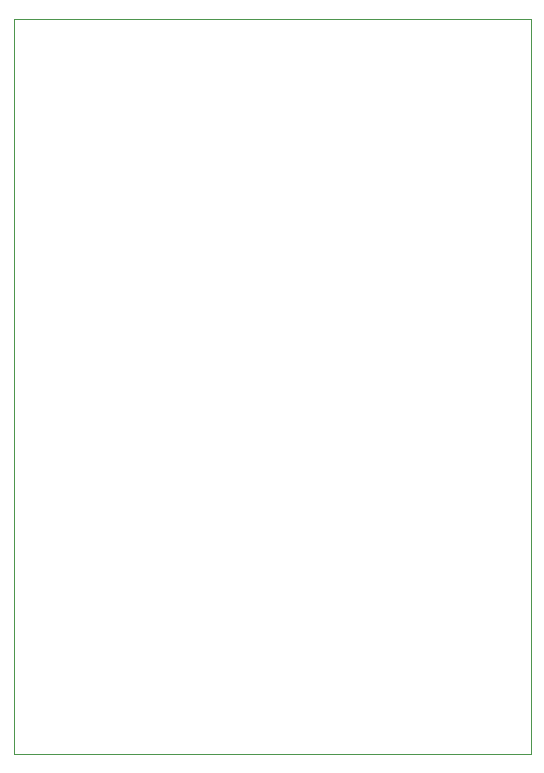
<source format=gbr>
%TF.GenerationSoftware,KiCad,Pcbnew,7.0.8*%
%TF.CreationDate,2023-10-13T11:08:29-07:00*%
%TF.ProjectId,alu_control,616c755f-636f-46e7-9472-6f6c2e6b6963,rev?*%
%TF.SameCoordinates,Original*%
%TF.FileFunction,Profile,NP*%
%FSLAX46Y46*%
G04 Gerber Fmt 4.6, Leading zero omitted, Abs format (unit mm)*
G04 Created by KiCad (PCBNEW 7.0.8) date 2023-10-13 11:08:29*
%MOMM*%
%LPD*%
G01*
G04 APERTURE LIST*
%TA.AperFunction,Profile*%
%ADD10C,0.100000*%
%TD*%
G04 APERTURE END LIST*
D10*
X20955000Y-21590000D02*
X64770000Y-21590000D01*
X64770000Y-83820000D01*
X20955000Y-83820000D01*
X20955000Y-21590000D01*
M02*

</source>
